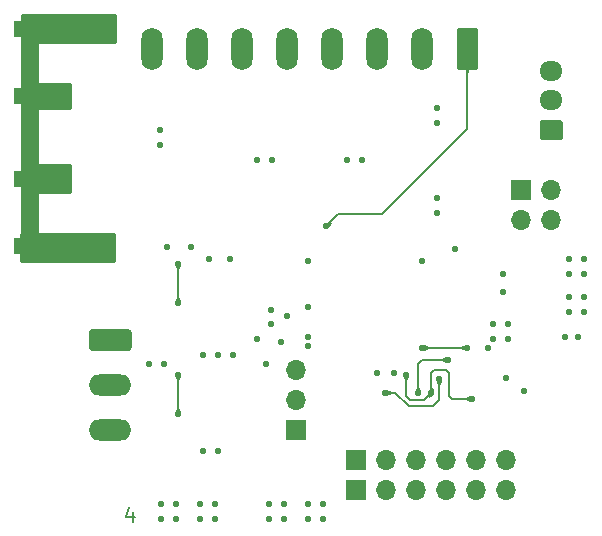
<source format=gbr>
G04 #@! TF.GenerationSoftware,KiCad,Pcbnew,(5.1.5)-2*
G04 #@! TF.CreationDate,2020-08-01T22:44:24+08:00*
G04 #@! TF.ProjectId,Module_ADS1263,4d6f6475-6c65-45f4-9144-53313236332e,rev?*
G04 #@! TF.SameCoordinates,Original*
G04 #@! TF.FileFunction,Copper,L4,Bot*
G04 #@! TF.FilePolarity,Positive*
%FSLAX46Y46*%
G04 Gerber Fmt 4.6, Leading zero omitted, Abs format (unit mm)*
G04 Created by KiCad (PCBNEW (5.1.5)-2) date 2020-08-01 22:44:24*
%MOMM*%
%LPD*%
G04 APERTURE LIST*
%ADD10C,0.203200*%
%ADD11O,1.700000X1.700000*%
%ADD12R,1.700000X1.700000*%
%ADD13O,1.950000X1.700000*%
%ADD14C,0.100000*%
%ADD15R,4.200000X1.350000*%
%ADD16O,3.600000X1.800000*%
%ADD17O,1.800000X3.600000*%
%ADD18C,0.558800*%
%ADD19C,0.025400*%
%ADD20C,0.254000*%
G04 APERTURE END LIST*
D10*
X111865228Y-130167742D02*
X111865228Y-130980542D01*
X111574942Y-129703285D02*
X111284657Y-130574142D01*
X112039400Y-130574142D01*
D11*
X147320000Y-105410000D03*
X144780000Y-105410000D03*
X147320000Y-102870000D03*
D12*
X144780000Y-102870000D03*
D13*
X147320000Y-92790000D03*
X147320000Y-95290000D03*
G04 #@! TA.AperFunction,ComponentPad*
D14*
G36*
X148069504Y-96941204D02*
G01*
X148093773Y-96944804D01*
X148117571Y-96950765D01*
X148140671Y-96959030D01*
X148162849Y-96969520D01*
X148183893Y-96982133D01*
X148203598Y-96996747D01*
X148221777Y-97013223D01*
X148238253Y-97031402D01*
X148252867Y-97051107D01*
X148265480Y-97072151D01*
X148275970Y-97094329D01*
X148284235Y-97117429D01*
X148290196Y-97141227D01*
X148293796Y-97165496D01*
X148295000Y-97190000D01*
X148295000Y-98390000D01*
X148293796Y-98414504D01*
X148290196Y-98438773D01*
X148284235Y-98462571D01*
X148275970Y-98485671D01*
X148265480Y-98507849D01*
X148252867Y-98528893D01*
X148238253Y-98548598D01*
X148221777Y-98566777D01*
X148203598Y-98583253D01*
X148183893Y-98597867D01*
X148162849Y-98610480D01*
X148140671Y-98620970D01*
X148117571Y-98629235D01*
X148093773Y-98635196D01*
X148069504Y-98638796D01*
X148045000Y-98640000D01*
X146595000Y-98640000D01*
X146570496Y-98638796D01*
X146546227Y-98635196D01*
X146522429Y-98629235D01*
X146499329Y-98620970D01*
X146477151Y-98610480D01*
X146456107Y-98597867D01*
X146436402Y-98583253D01*
X146418223Y-98566777D01*
X146401747Y-98548598D01*
X146387133Y-98528893D01*
X146374520Y-98507849D01*
X146364030Y-98485671D01*
X146355765Y-98462571D01*
X146349804Y-98438773D01*
X146346204Y-98414504D01*
X146345000Y-98390000D01*
X146345000Y-97190000D01*
X146346204Y-97165496D01*
X146349804Y-97141227D01*
X146355765Y-97117429D01*
X146364030Y-97094329D01*
X146374520Y-97072151D01*
X146387133Y-97051107D01*
X146401747Y-97031402D01*
X146418223Y-97013223D01*
X146436402Y-96996747D01*
X146456107Y-96982133D01*
X146477151Y-96969520D01*
X146499329Y-96959030D01*
X146522429Y-96950765D01*
X146546227Y-96944804D01*
X146570496Y-96941204D01*
X146595000Y-96940000D01*
X148045000Y-96940000D01*
X148069504Y-96941204D01*
G37*
G04 #@! TD.AperFunction*
D15*
X103959000Y-107600000D03*
X103959000Y-101950000D03*
X103959000Y-94900000D03*
X103959000Y-89250000D03*
D11*
X143510000Y-128270000D03*
X140970000Y-128270000D03*
X138430000Y-128270000D03*
X135890000Y-128270000D03*
X133350000Y-128270000D03*
D12*
X130810000Y-128270000D03*
D11*
X143510000Y-125730000D03*
X140970000Y-125730000D03*
X138430000Y-125730000D03*
X135890000Y-125730000D03*
X133350000Y-125730000D03*
D12*
X130810000Y-125730000D03*
D16*
X109982000Y-123190000D03*
X109982000Y-119380000D03*
G04 #@! TA.AperFunction,ComponentPad*
D14*
G36*
X111556504Y-114671204D02*
G01*
X111580773Y-114674804D01*
X111604571Y-114680765D01*
X111627671Y-114689030D01*
X111649849Y-114699520D01*
X111670893Y-114712133D01*
X111690598Y-114726747D01*
X111708777Y-114743223D01*
X111725253Y-114761402D01*
X111739867Y-114781107D01*
X111752480Y-114802151D01*
X111762970Y-114824329D01*
X111771235Y-114847429D01*
X111777196Y-114871227D01*
X111780796Y-114895496D01*
X111782000Y-114920000D01*
X111782000Y-116220000D01*
X111780796Y-116244504D01*
X111777196Y-116268773D01*
X111771235Y-116292571D01*
X111762970Y-116315671D01*
X111752480Y-116337849D01*
X111739867Y-116358893D01*
X111725253Y-116378598D01*
X111708777Y-116396777D01*
X111690598Y-116413253D01*
X111670893Y-116427867D01*
X111649849Y-116440480D01*
X111627671Y-116450970D01*
X111604571Y-116459235D01*
X111580773Y-116465196D01*
X111556504Y-116468796D01*
X111532000Y-116470000D01*
X108432000Y-116470000D01*
X108407496Y-116468796D01*
X108383227Y-116465196D01*
X108359429Y-116459235D01*
X108336329Y-116450970D01*
X108314151Y-116440480D01*
X108293107Y-116427867D01*
X108273402Y-116413253D01*
X108255223Y-116396777D01*
X108238747Y-116378598D01*
X108224133Y-116358893D01*
X108211520Y-116337849D01*
X108201030Y-116315671D01*
X108192765Y-116292571D01*
X108186804Y-116268773D01*
X108183204Y-116244504D01*
X108182000Y-116220000D01*
X108182000Y-114920000D01*
X108183204Y-114895496D01*
X108186804Y-114871227D01*
X108192765Y-114847429D01*
X108201030Y-114824329D01*
X108211520Y-114802151D01*
X108224133Y-114781107D01*
X108238747Y-114761402D01*
X108255223Y-114743223D01*
X108273402Y-114726747D01*
X108293107Y-114712133D01*
X108314151Y-114699520D01*
X108336329Y-114689030D01*
X108359429Y-114680765D01*
X108383227Y-114674804D01*
X108407496Y-114671204D01*
X108432000Y-114670000D01*
X111532000Y-114670000D01*
X111556504Y-114671204D01*
G37*
G04 #@! TD.AperFunction*
D17*
X113538000Y-90932000D03*
X117348000Y-90932000D03*
X121158000Y-90932000D03*
X124968000Y-90932000D03*
X128778000Y-90932000D03*
X132588000Y-90932000D03*
X136398000Y-90932000D03*
G04 #@! TA.AperFunction,ComponentPad*
D14*
G36*
X140882504Y-89133204D02*
G01*
X140906773Y-89136804D01*
X140930571Y-89142765D01*
X140953671Y-89151030D01*
X140975849Y-89161520D01*
X140996893Y-89174133D01*
X141016598Y-89188747D01*
X141034777Y-89205223D01*
X141051253Y-89223402D01*
X141065867Y-89243107D01*
X141078480Y-89264151D01*
X141088970Y-89286329D01*
X141097235Y-89309429D01*
X141103196Y-89333227D01*
X141106796Y-89357496D01*
X141108000Y-89382000D01*
X141108000Y-92482000D01*
X141106796Y-92506504D01*
X141103196Y-92530773D01*
X141097235Y-92554571D01*
X141088970Y-92577671D01*
X141078480Y-92599849D01*
X141065867Y-92620893D01*
X141051253Y-92640598D01*
X141034777Y-92658777D01*
X141016598Y-92675253D01*
X140996893Y-92689867D01*
X140975849Y-92702480D01*
X140953671Y-92712970D01*
X140930571Y-92721235D01*
X140906773Y-92727196D01*
X140882504Y-92730796D01*
X140858000Y-92732000D01*
X139558000Y-92732000D01*
X139533496Y-92730796D01*
X139509227Y-92727196D01*
X139485429Y-92721235D01*
X139462329Y-92712970D01*
X139440151Y-92702480D01*
X139419107Y-92689867D01*
X139399402Y-92675253D01*
X139381223Y-92658777D01*
X139364747Y-92640598D01*
X139350133Y-92620893D01*
X139337520Y-92599849D01*
X139327030Y-92577671D01*
X139318765Y-92554571D01*
X139312804Y-92530773D01*
X139309204Y-92506504D01*
X139308000Y-92482000D01*
X139308000Y-89382000D01*
X139309204Y-89357496D01*
X139312804Y-89333227D01*
X139318765Y-89309429D01*
X139327030Y-89286329D01*
X139337520Y-89264151D01*
X139350133Y-89243107D01*
X139364747Y-89223402D01*
X139381223Y-89205223D01*
X139399402Y-89188747D01*
X139419107Y-89174133D01*
X139440151Y-89161520D01*
X139462329Y-89151030D01*
X139485429Y-89142765D01*
X139509227Y-89136804D01*
X139533496Y-89133204D01*
X139558000Y-89132000D01*
X140858000Y-89132000D01*
X140882504Y-89133204D01*
G37*
G04 #@! TD.AperFunction*
D11*
X125730000Y-118110000D03*
X125730000Y-120650000D03*
D12*
X125730000Y-123190000D03*
D18*
X104648000Y-107569000D03*
X103124000Y-107569000D03*
X104648000Y-101981000D03*
X103124000Y-101981000D03*
X104648000Y-94869000D03*
X103124000Y-94869000D03*
X104648000Y-89281000D03*
X103124000Y-89281000D03*
X114173000Y-97790000D03*
X114173000Y-99060000D03*
X137668000Y-95885000D03*
X137668000Y-97155000D03*
X130048000Y-100330000D03*
X131318000Y-100330000D03*
X137668000Y-103505000D03*
X137668000Y-104775000D03*
X122428000Y-100330000D03*
X123698000Y-100330000D03*
X113284000Y-117602000D03*
X114554000Y-117602000D03*
X117856000Y-116840000D03*
X119126000Y-116840000D03*
X120396000Y-116840000D03*
X117856000Y-124968000D03*
X119126000Y-124968000D03*
X114808000Y-107696000D03*
X116840000Y-107696000D03*
X118364000Y-108712000D03*
X120142000Y-108712000D03*
X123190000Y-117602000D03*
X124968000Y-113538000D03*
X124460000Y-115697000D03*
X123444000Y-129413000D03*
X124714000Y-129413000D03*
X123444000Y-130683000D03*
X124714000Y-130683000D03*
X148844000Y-109982000D03*
X148844000Y-108712000D03*
X150114000Y-109982000D03*
X150114000Y-108712000D03*
X103124000Y-97155000D03*
X103124000Y-98425000D03*
X103124000Y-99695000D03*
X106807000Y-107569000D03*
X108077000Y-107569000D03*
X109347000Y-107569000D03*
X106807000Y-89281000D03*
X108077000Y-89281000D03*
X109347000Y-89281000D03*
X133985000Y-118364000D03*
X126682500Y-115316000D03*
X126682500Y-116078000D03*
X126682500Y-108839000D03*
X117602000Y-129413000D03*
X118872000Y-129413000D03*
X118872000Y-130683000D03*
X117602000Y-130683000D03*
X132588000Y-118364000D03*
X126682500Y-112776000D03*
X114300000Y-129413000D03*
X115570000Y-129413000D03*
X114300000Y-130683000D03*
X115570000Y-130683000D03*
X123571000Y-113030000D03*
X123571000Y-114173000D03*
X122428000Y-115443000D03*
X128270000Y-105918000D03*
X136398000Y-108839000D03*
X139192000Y-107822994D03*
X126746000Y-129413000D03*
X128016000Y-129413000D03*
X128016000Y-130683000D03*
X126746000Y-130683000D03*
X148844000Y-111887000D03*
X150114000Y-111887000D03*
X148844000Y-113157000D03*
X150114000Y-113157000D03*
X148463000Y-115316000D03*
X149606000Y-115316000D03*
X143256000Y-111506000D03*
X143256000Y-109982000D03*
X141986000Y-116205000D03*
X142367000Y-114173000D03*
X143637000Y-114173000D03*
X143637000Y-115443000D03*
X142367000Y-115443000D03*
X145034000Y-119888000D03*
X143510000Y-118745000D03*
X137795000Y-118872000D03*
X133223000Y-120015000D03*
X138557000Y-117221000D03*
X136016996Y-120015000D03*
X140208000Y-116205000D03*
X136398000Y-116205000D03*
X137160000Y-120015000D03*
X135001000Y-118491000D03*
X140589000Y-120523000D03*
X115693500Y-118494500D03*
X115697000Y-121793000D03*
X115693500Y-109096500D03*
X115697000Y-112395000D03*
D10*
X128270000Y-105918000D02*
X129286000Y-104902000D01*
X140208000Y-97663000D02*
X140208000Y-90932000D01*
X132969000Y-104902000D02*
X140208000Y-97663000D01*
X129286000Y-104902000D02*
X132969000Y-104902000D01*
X137795000Y-120650000D02*
X137795000Y-118872000D01*
X137287000Y-121158000D02*
X137795000Y-120650000D01*
X135255000Y-121158000D02*
X137287000Y-121158000D01*
X133223000Y-120015000D02*
X134112000Y-120015000D01*
X134112000Y-120015000D02*
X135255000Y-121158000D01*
X136398000Y-117221000D02*
X136016996Y-117602004D01*
X138557000Y-117221000D02*
X136398000Y-117221000D01*
X136016996Y-119619869D02*
X136016996Y-120015000D01*
X136016996Y-117602004D02*
X136016996Y-119619869D01*
X140208000Y-116205000D02*
X136398000Y-116205000D01*
X136398000Y-116205000D02*
X136398000Y-116205000D01*
X135001000Y-118886131D02*
X135001000Y-118491000D01*
X135001000Y-120269000D02*
X135001000Y-118886131D01*
X137160000Y-120015000D02*
X136525000Y-120650000D01*
X135382000Y-120650000D02*
X135001000Y-120269000D01*
X136525000Y-120650000D02*
X135382000Y-120650000D01*
X138938000Y-120523000D02*
X140589000Y-120523000D01*
X137160000Y-118364000D02*
X137414000Y-118110000D01*
X138430000Y-118110000D02*
X138684000Y-118364000D01*
X138684000Y-120269000D02*
X138938000Y-120523000D01*
X137160000Y-120015000D02*
X137160000Y-118364000D01*
X137414000Y-118110000D02*
X138430000Y-118110000D01*
X138684000Y-118364000D02*
X138684000Y-120269000D01*
X115693500Y-118494500D02*
X115693500Y-121789500D01*
X115693500Y-109096500D02*
X115693500Y-112391500D01*
D19*
G36*
X128627709Y-105686627D02*
G01*
X128617604Y-105697459D01*
X128616999Y-105698156D01*
X128600498Y-105718644D01*
X128599917Y-105719425D01*
X128585389Y-105740599D01*
X128584848Y-105741458D01*
X128572292Y-105763317D01*
X128571809Y-105764246D01*
X128561225Y-105786792D01*
X128560813Y-105787775D01*
X128552202Y-105811006D01*
X128551873Y-105812023D01*
X128545233Y-105835941D01*
X128544993Y-105836971D01*
X128540326Y-105861574D01*
X128540175Y-105862595D01*
X128537480Y-105887884D01*
X128537413Y-105888877D01*
X128536954Y-105905396D01*
X128189197Y-105998803D01*
X128282605Y-105651046D01*
X128299122Y-105650586D01*
X128300115Y-105650519D01*
X128325404Y-105647824D01*
X128326425Y-105647673D01*
X128351028Y-105643006D01*
X128352058Y-105642766D01*
X128375976Y-105636126D01*
X128376993Y-105635797D01*
X128400224Y-105627186D01*
X128401207Y-105626774D01*
X128423753Y-105616190D01*
X128424682Y-105615707D01*
X128446541Y-105603151D01*
X128447400Y-105602610D01*
X128468574Y-105588082D01*
X128469355Y-105587501D01*
X128489843Y-105571000D01*
X128490540Y-105570396D01*
X128501373Y-105560291D01*
X128627709Y-105686627D01*
G37*
X128627709Y-105686627D02*
X128617604Y-105697459D01*
X128616999Y-105698156D01*
X128600498Y-105718644D01*
X128599917Y-105719425D01*
X128585389Y-105740599D01*
X128584848Y-105741458D01*
X128572292Y-105763317D01*
X128571809Y-105764246D01*
X128561225Y-105786792D01*
X128560813Y-105787775D01*
X128552202Y-105811006D01*
X128551873Y-105812023D01*
X128545233Y-105835941D01*
X128544993Y-105836971D01*
X128540326Y-105861574D01*
X128540175Y-105862595D01*
X128537480Y-105887884D01*
X128537413Y-105888877D01*
X128536954Y-105905396D01*
X128189197Y-105998803D01*
X128282605Y-105651046D01*
X128299122Y-105650586D01*
X128300115Y-105650519D01*
X128325404Y-105647824D01*
X128326425Y-105647673D01*
X128351028Y-105643006D01*
X128352058Y-105642766D01*
X128375976Y-105636126D01*
X128376993Y-105635797D01*
X128400224Y-105627186D01*
X128401207Y-105626774D01*
X128423753Y-105616190D01*
X128424682Y-105615707D01*
X128446541Y-105603151D01*
X128447400Y-105602610D01*
X128468574Y-105588082D01*
X128469355Y-105587501D01*
X128489843Y-105571000D01*
X128490540Y-105570396D01*
X128501373Y-105560291D01*
X128627709Y-105686627D01*
G36*
X140822271Y-91572871D02*
G01*
X140728379Y-91672074D01*
X140727729Y-91672817D01*
X140637901Y-91783871D01*
X140637288Y-91784695D01*
X140558028Y-91900727D01*
X140557470Y-91901620D01*
X140488778Y-92022630D01*
X140488291Y-92023580D01*
X140430167Y-92149568D01*
X140429762Y-92150553D01*
X140382206Y-92281519D01*
X140381889Y-92282520D01*
X140344901Y-92418463D01*
X140344672Y-92419457D01*
X140318252Y-92560379D01*
X140318109Y-92561347D01*
X140302257Y-92707247D01*
X140302191Y-92708175D01*
X140297337Y-92846797D01*
X140118663Y-92846797D01*
X140113808Y-92708174D01*
X140113742Y-92707247D01*
X140097890Y-92561347D01*
X140097747Y-92560379D01*
X140071327Y-92419457D01*
X140071098Y-92418463D01*
X140034110Y-92282520D01*
X140033793Y-92281519D01*
X139986237Y-92150553D01*
X139985832Y-92149568D01*
X139927708Y-92023580D01*
X139927221Y-92022630D01*
X139858529Y-91901620D01*
X139857971Y-91900727D01*
X139778711Y-91784695D01*
X139778098Y-91783871D01*
X139688270Y-91672817D01*
X139687620Y-91672074D01*
X139593729Y-91572871D01*
X140208000Y-90507426D01*
X140822271Y-91572871D01*
G37*
X140822271Y-91572871D02*
X140728379Y-91672074D01*
X140727729Y-91672817D01*
X140637901Y-91783871D01*
X140637288Y-91784695D01*
X140558028Y-91900727D01*
X140557470Y-91901620D01*
X140488778Y-92022630D01*
X140488291Y-92023580D01*
X140430167Y-92149568D01*
X140429762Y-92150553D01*
X140382206Y-92281519D01*
X140381889Y-92282520D01*
X140344901Y-92418463D01*
X140344672Y-92419457D01*
X140318252Y-92560379D01*
X140318109Y-92561347D01*
X140302257Y-92707247D01*
X140302191Y-92708175D01*
X140297337Y-92846797D01*
X140118663Y-92846797D01*
X140113808Y-92708174D01*
X140113742Y-92707247D01*
X140097890Y-92561347D01*
X140097747Y-92560379D01*
X140071327Y-92419457D01*
X140071098Y-92418463D01*
X140034110Y-92282520D01*
X140033793Y-92281519D01*
X139986237Y-92150553D01*
X139985832Y-92149568D01*
X139927708Y-92023580D01*
X139927221Y-92022630D01*
X139858529Y-91901620D01*
X139857971Y-91900727D01*
X139778711Y-91784695D01*
X139778098Y-91783871D01*
X139688270Y-91672817D01*
X139687620Y-91672074D01*
X139593729Y-91572871D01*
X140208000Y-90507426D01*
X140822271Y-91572871D01*
G36*
X137974852Y-119069677D02*
G01*
X137963497Y-119081682D01*
X137962842Y-119082431D01*
X137946865Y-119102219D01*
X137946249Y-119103048D01*
X137932152Y-119123746D01*
X137931594Y-119124644D01*
X137919377Y-119146251D01*
X137918890Y-119147203D01*
X137908552Y-119169719D01*
X137908149Y-119170705D01*
X137899691Y-119194131D01*
X137899376Y-119195130D01*
X137892797Y-119219466D01*
X137892571Y-119220456D01*
X137887872Y-119245701D01*
X137887731Y-119246664D01*
X137884912Y-119272818D01*
X137884847Y-119273739D01*
X137884333Y-119288544D01*
X137705666Y-119288544D01*
X137705152Y-119273738D01*
X137705087Y-119272818D01*
X137702268Y-119246664D01*
X137702127Y-119245701D01*
X137697428Y-119220456D01*
X137697202Y-119219466D01*
X137690623Y-119195130D01*
X137690308Y-119194131D01*
X137681850Y-119170705D01*
X137681447Y-119169719D01*
X137671109Y-119147203D01*
X137670622Y-119146251D01*
X137658405Y-119124644D01*
X137657847Y-119123746D01*
X137643750Y-119103048D01*
X137643134Y-119102219D01*
X137627157Y-119082431D01*
X137626503Y-119081682D01*
X137615148Y-119069677D01*
X137795000Y-118757726D01*
X137974852Y-119069677D01*
G37*
X137974852Y-119069677D02*
X137963497Y-119081682D01*
X137962842Y-119082431D01*
X137946865Y-119102219D01*
X137946249Y-119103048D01*
X137932152Y-119123746D01*
X137931594Y-119124644D01*
X137919377Y-119146251D01*
X137918890Y-119147203D01*
X137908552Y-119169719D01*
X137908149Y-119170705D01*
X137899691Y-119194131D01*
X137899376Y-119195130D01*
X137892797Y-119219466D01*
X137892571Y-119220456D01*
X137887872Y-119245701D01*
X137887731Y-119246664D01*
X137884912Y-119272818D01*
X137884847Y-119273739D01*
X137884333Y-119288544D01*
X137705666Y-119288544D01*
X137705152Y-119273738D01*
X137705087Y-119272818D01*
X137702268Y-119246664D01*
X137702127Y-119245701D01*
X137697428Y-119220456D01*
X137697202Y-119219466D01*
X137690623Y-119195130D01*
X137690308Y-119194131D01*
X137681850Y-119170705D01*
X137681447Y-119169719D01*
X137671109Y-119147203D01*
X137670622Y-119146251D01*
X137658405Y-119124644D01*
X137657847Y-119123746D01*
X137643750Y-119103048D01*
X137643134Y-119102219D01*
X137627157Y-119082431D01*
X137626503Y-119081682D01*
X137615148Y-119069677D01*
X137795000Y-118757726D01*
X137974852Y-119069677D01*
G36*
X133432682Y-119846503D02*
G01*
X133433431Y-119847157D01*
X133453219Y-119863134D01*
X133454048Y-119863750D01*
X133474746Y-119877847D01*
X133475644Y-119878405D01*
X133497251Y-119890622D01*
X133498203Y-119891109D01*
X133520719Y-119901447D01*
X133521705Y-119901850D01*
X133545131Y-119910308D01*
X133546130Y-119910623D01*
X133570466Y-119917202D01*
X133571456Y-119917428D01*
X133596701Y-119922127D01*
X133597664Y-119922268D01*
X133623818Y-119925087D01*
X133624738Y-119925152D01*
X133639544Y-119925666D01*
X133639544Y-120104333D01*
X133624739Y-120104847D01*
X133623818Y-120104912D01*
X133597664Y-120107731D01*
X133596701Y-120107872D01*
X133571456Y-120112571D01*
X133570466Y-120112797D01*
X133546130Y-120119376D01*
X133545131Y-120119691D01*
X133521705Y-120128149D01*
X133520719Y-120128552D01*
X133498203Y-120138890D01*
X133497251Y-120139377D01*
X133475644Y-120151594D01*
X133474746Y-120152152D01*
X133454048Y-120166249D01*
X133453219Y-120166865D01*
X133433431Y-120182842D01*
X133432682Y-120183497D01*
X133420677Y-120194852D01*
X133108726Y-120015000D01*
X133420677Y-119835148D01*
X133432682Y-119846503D01*
G37*
X133432682Y-119846503D02*
X133433431Y-119847157D01*
X133453219Y-119863134D01*
X133454048Y-119863750D01*
X133474746Y-119877847D01*
X133475644Y-119878405D01*
X133497251Y-119890622D01*
X133498203Y-119891109D01*
X133520719Y-119901447D01*
X133521705Y-119901850D01*
X133545131Y-119910308D01*
X133546130Y-119910623D01*
X133570466Y-119917202D01*
X133571456Y-119917428D01*
X133596701Y-119922127D01*
X133597664Y-119922268D01*
X133623818Y-119925087D01*
X133624738Y-119925152D01*
X133639544Y-119925666D01*
X133639544Y-120104333D01*
X133624739Y-120104847D01*
X133623818Y-120104912D01*
X133597664Y-120107731D01*
X133596701Y-120107872D01*
X133571456Y-120112571D01*
X133570466Y-120112797D01*
X133546130Y-120119376D01*
X133545131Y-120119691D01*
X133521705Y-120128149D01*
X133520719Y-120128552D01*
X133498203Y-120138890D01*
X133497251Y-120139377D01*
X133475644Y-120151594D01*
X133474746Y-120152152D01*
X133454048Y-120166249D01*
X133453219Y-120166865D01*
X133433431Y-120182842D01*
X133432682Y-120183497D01*
X133420677Y-120194852D01*
X133108726Y-120015000D01*
X133420677Y-119835148D01*
X133432682Y-119846503D01*
G36*
X138671274Y-117221000D02*
G01*
X138359323Y-117400852D01*
X138347317Y-117389496D01*
X138346568Y-117388842D01*
X138326780Y-117372865D01*
X138325951Y-117372249D01*
X138305253Y-117358152D01*
X138304355Y-117357594D01*
X138282748Y-117345377D01*
X138281796Y-117344890D01*
X138259280Y-117334552D01*
X138258294Y-117334149D01*
X138234868Y-117325691D01*
X138233869Y-117325376D01*
X138209533Y-117318797D01*
X138208543Y-117318571D01*
X138183298Y-117313872D01*
X138182335Y-117313731D01*
X138156181Y-117310912D01*
X138155260Y-117310847D01*
X138140456Y-117310333D01*
X138140456Y-117131666D01*
X138155261Y-117131152D01*
X138156181Y-117131087D01*
X138182335Y-117128268D01*
X138183298Y-117128127D01*
X138208543Y-117123428D01*
X138209533Y-117123202D01*
X138233869Y-117116623D01*
X138234868Y-117116308D01*
X138258294Y-117107850D01*
X138259280Y-117107447D01*
X138281796Y-117097109D01*
X138282748Y-117096622D01*
X138304355Y-117084405D01*
X138305253Y-117083847D01*
X138325951Y-117069750D01*
X138326780Y-117069134D01*
X138346568Y-117053157D01*
X138347317Y-117052503D01*
X138359323Y-117041148D01*
X138671274Y-117221000D01*
G37*
X138671274Y-117221000D02*
X138359323Y-117400852D01*
X138347317Y-117389496D01*
X138346568Y-117388842D01*
X138326780Y-117372865D01*
X138325951Y-117372249D01*
X138305253Y-117358152D01*
X138304355Y-117357594D01*
X138282748Y-117345377D01*
X138281796Y-117344890D01*
X138259280Y-117334552D01*
X138258294Y-117334149D01*
X138234868Y-117325691D01*
X138233869Y-117325376D01*
X138209533Y-117318797D01*
X138208543Y-117318571D01*
X138183298Y-117313872D01*
X138182335Y-117313731D01*
X138156181Y-117310912D01*
X138155260Y-117310847D01*
X138140456Y-117310333D01*
X138140456Y-117131666D01*
X138155261Y-117131152D01*
X138156181Y-117131087D01*
X138182335Y-117128268D01*
X138183298Y-117128127D01*
X138208543Y-117123428D01*
X138209533Y-117123202D01*
X138233869Y-117116623D01*
X138234868Y-117116308D01*
X138258294Y-117107850D01*
X138259280Y-117107447D01*
X138281796Y-117097109D01*
X138282748Y-117096622D01*
X138304355Y-117084405D01*
X138305253Y-117083847D01*
X138325951Y-117069750D01*
X138326780Y-117069134D01*
X138346568Y-117053157D01*
X138347317Y-117052503D01*
X138359323Y-117041148D01*
X138671274Y-117221000D01*
G36*
X136106848Y-119641030D02*
G01*
X136106955Y-119642193D01*
X136109774Y-119662548D01*
X136109987Y-119663693D01*
X136114686Y-119683822D01*
X136114995Y-119684921D01*
X136121574Y-119704821D01*
X136121965Y-119705851D01*
X136130423Y-119725525D01*
X136130876Y-119726471D01*
X136141214Y-119745917D01*
X136141710Y-119746768D01*
X136153927Y-119765988D01*
X136154447Y-119766745D01*
X136168544Y-119785736D01*
X136169072Y-119786399D01*
X136185049Y-119805164D01*
X136185572Y-119805742D01*
X136196803Y-119817401D01*
X136016996Y-120129274D01*
X135837189Y-119817400D01*
X135848419Y-119805741D01*
X135848942Y-119805164D01*
X135864919Y-119786399D01*
X135865447Y-119785736D01*
X135879544Y-119766745D01*
X135880064Y-119765988D01*
X135892281Y-119746768D01*
X135892777Y-119745917D01*
X135903115Y-119726471D01*
X135903568Y-119725525D01*
X135912026Y-119705851D01*
X135912417Y-119704821D01*
X135918996Y-119684921D01*
X135919305Y-119683822D01*
X135924004Y-119663693D01*
X135924217Y-119662548D01*
X135927036Y-119642193D01*
X135927143Y-119641030D01*
X135927529Y-119632569D01*
X136106462Y-119632569D01*
X136106848Y-119641030D01*
G37*
X136106848Y-119641030D02*
X136106955Y-119642193D01*
X136109774Y-119662548D01*
X136109987Y-119663693D01*
X136114686Y-119683822D01*
X136114995Y-119684921D01*
X136121574Y-119704821D01*
X136121965Y-119705851D01*
X136130423Y-119725525D01*
X136130876Y-119726471D01*
X136141214Y-119745917D01*
X136141710Y-119746768D01*
X136153927Y-119765988D01*
X136154447Y-119766745D01*
X136168544Y-119785736D01*
X136169072Y-119786399D01*
X136185049Y-119805164D01*
X136185572Y-119805742D01*
X136196803Y-119817401D01*
X136016996Y-120129274D01*
X135837189Y-119817400D01*
X135848419Y-119805741D01*
X135848942Y-119805164D01*
X135864919Y-119786399D01*
X135865447Y-119785736D01*
X135879544Y-119766745D01*
X135880064Y-119765988D01*
X135892281Y-119746768D01*
X135892777Y-119745917D01*
X135903115Y-119726471D01*
X135903568Y-119725525D01*
X135912026Y-119705851D01*
X135912417Y-119704821D01*
X135918996Y-119684921D01*
X135919305Y-119683822D01*
X135924004Y-119663693D01*
X135924217Y-119662548D01*
X135927036Y-119642193D01*
X135927143Y-119641030D01*
X135927529Y-119632569D01*
X136106462Y-119632569D01*
X136106848Y-119641030D01*
G36*
X140322274Y-116205000D02*
G01*
X140010323Y-116384852D01*
X139998317Y-116373496D01*
X139997568Y-116372842D01*
X139977780Y-116356865D01*
X139976951Y-116356249D01*
X139956253Y-116342152D01*
X139955355Y-116341594D01*
X139933748Y-116329377D01*
X139932796Y-116328890D01*
X139910280Y-116318552D01*
X139909294Y-116318149D01*
X139885868Y-116309691D01*
X139884869Y-116309376D01*
X139860533Y-116302797D01*
X139859543Y-116302571D01*
X139834298Y-116297872D01*
X139833335Y-116297731D01*
X139807181Y-116294912D01*
X139806260Y-116294847D01*
X139791456Y-116294333D01*
X139791456Y-116115666D01*
X139806261Y-116115152D01*
X139807181Y-116115087D01*
X139833335Y-116112268D01*
X139834298Y-116112127D01*
X139859543Y-116107428D01*
X139860533Y-116107202D01*
X139884869Y-116100623D01*
X139885868Y-116100308D01*
X139909294Y-116091850D01*
X139910280Y-116091447D01*
X139932796Y-116081109D01*
X139933748Y-116080622D01*
X139955355Y-116068405D01*
X139956253Y-116067847D01*
X139976951Y-116053750D01*
X139977780Y-116053134D01*
X139997568Y-116037157D01*
X139998317Y-116036503D01*
X140010323Y-116025148D01*
X140322274Y-116205000D01*
G37*
X140322274Y-116205000D02*
X140010323Y-116384852D01*
X139998317Y-116373496D01*
X139997568Y-116372842D01*
X139977780Y-116356865D01*
X139976951Y-116356249D01*
X139956253Y-116342152D01*
X139955355Y-116341594D01*
X139933748Y-116329377D01*
X139932796Y-116328890D01*
X139910280Y-116318552D01*
X139909294Y-116318149D01*
X139885868Y-116309691D01*
X139884869Y-116309376D01*
X139860533Y-116302797D01*
X139859543Y-116302571D01*
X139834298Y-116297872D01*
X139833335Y-116297731D01*
X139807181Y-116294912D01*
X139806260Y-116294847D01*
X139791456Y-116294333D01*
X139791456Y-116115666D01*
X139806261Y-116115152D01*
X139807181Y-116115087D01*
X139833335Y-116112268D01*
X139834298Y-116112127D01*
X139859543Y-116107428D01*
X139860533Y-116107202D01*
X139884869Y-116100623D01*
X139885868Y-116100308D01*
X139909294Y-116091850D01*
X139910280Y-116091447D01*
X139932796Y-116081109D01*
X139933748Y-116080622D01*
X139955355Y-116068405D01*
X139956253Y-116067847D01*
X139976951Y-116053750D01*
X139977780Y-116053134D01*
X139997568Y-116037157D01*
X139998317Y-116036503D01*
X140010323Y-116025148D01*
X140322274Y-116205000D01*
G36*
X136607682Y-116036503D02*
G01*
X136608431Y-116037157D01*
X136628219Y-116053134D01*
X136629048Y-116053750D01*
X136649746Y-116067847D01*
X136650644Y-116068405D01*
X136672251Y-116080622D01*
X136673203Y-116081109D01*
X136695719Y-116091447D01*
X136696705Y-116091850D01*
X136720131Y-116100308D01*
X136721130Y-116100623D01*
X136745466Y-116107202D01*
X136746456Y-116107428D01*
X136771701Y-116112127D01*
X136772664Y-116112268D01*
X136798818Y-116115087D01*
X136799738Y-116115152D01*
X136814544Y-116115666D01*
X136814544Y-116294333D01*
X136799739Y-116294847D01*
X136798818Y-116294912D01*
X136772664Y-116297731D01*
X136771701Y-116297872D01*
X136746456Y-116302571D01*
X136745466Y-116302797D01*
X136721130Y-116309376D01*
X136720131Y-116309691D01*
X136696705Y-116318149D01*
X136695719Y-116318552D01*
X136673203Y-116328890D01*
X136672251Y-116329377D01*
X136650644Y-116341594D01*
X136649746Y-116342152D01*
X136629048Y-116356249D01*
X136628219Y-116356865D01*
X136608431Y-116372842D01*
X136607682Y-116373497D01*
X136595677Y-116384852D01*
X136283726Y-116205000D01*
X136595677Y-116025148D01*
X136607682Y-116036503D01*
G37*
X136607682Y-116036503D02*
X136608431Y-116037157D01*
X136628219Y-116053134D01*
X136629048Y-116053750D01*
X136649746Y-116067847D01*
X136650644Y-116068405D01*
X136672251Y-116080622D01*
X136673203Y-116081109D01*
X136695719Y-116091447D01*
X136696705Y-116091850D01*
X136720131Y-116100308D01*
X136721130Y-116100623D01*
X136745466Y-116107202D01*
X136746456Y-116107428D01*
X136771701Y-116112127D01*
X136772664Y-116112268D01*
X136798818Y-116115087D01*
X136799738Y-116115152D01*
X136814544Y-116115666D01*
X136814544Y-116294333D01*
X136799739Y-116294847D01*
X136798818Y-116294912D01*
X136772664Y-116297731D01*
X136771701Y-116297872D01*
X136746456Y-116302571D01*
X136745466Y-116302797D01*
X136721130Y-116309376D01*
X136720131Y-116309691D01*
X136696705Y-116318149D01*
X136695719Y-116318552D01*
X136673203Y-116328890D01*
X136672251Y-116329377D01*
X136650644Y-116341594D01*
X136649746Y-116342152D01*
X136629048Y-116356249D01*
X136628219Y-116356865D01*
X136608431Y-116372842D01*
X136607682Y-116373497D01*
X136595677Y-116384852D01*
X136283726Y-116205000D01*
X136595677Y-116025148D01*
X136607682Y-116036503D01*
G36*
X135180807Y-118688599D02*
G01*
X135169577Y-118700257D01*
X135169053Y-118700835D01*
X135153076Y-118719600D01*
X135152548Y-118720263D01*
X135138451Y-118739254D01*
X135137931Y-118740011D01*
X135125714Y-118759231D01*
X135125218Y-118760082D01*
X135114880Y-118779528D01*
X135114427Y-118780474D01*
X135105969Y-118800148D01*
X135105578Y-118801178D01*
X135098999Y-118821078D01*
X135098690Y-118822177D01*
X135093991Y-118842306D01*
X135093778Y-118843451D01*
X135090959Y-118863806D01*
X135090852Y-118864969D01*
X135090466Y-118873431D01*
X134911533Y-118873431D01*
X134911147Y-118864969D01*
X134911040Y-118863806D01*
X134908221Y-118843451D01*
X134908008Y-118842306D01*
X134903309Y-118822177D01*
X134903000Y-118821078D01*
X134896421Y-118801178D01*
X134896030Y-118800148D01*
X134887572Y-118780474D01*
X134887119Y-118779528D01*
X134876781Y-118760082D01*
X134876285Y-118759231D01*
X134864068Y-118740011D01*
X134863548Y-118739254D01*
X134849451Y-118720263D01*
X134848923Y-118719600D01*
X134832946Y-118700835D01*
X134832423Y-118700257D01*
X134821193Y-118688599D01*
X135001000Y-118376726D01*
X135180807Y-118688599D01*
G37*
X135180807Y-118688599D02*
X135169577Y-118700257D01*
X135169053Y-118700835D01*
X135153076Y-118719600D01*
X135152548Y-118720263D01*
X135138451Y-118739254D01*
X135137931Y-118740011D01*
X135125714Y-118759231D01*
X135125218Y-118760082D01*
X135114880Y-118779528D01*
X135114427Y-118780474D01*
X135105969Y-118800148D01*
X135105578Y-118801178D01*
X135098999Y-118821078D01*
X135098690Y-118822177D01*
X135093991Y-118842306D01*
X135093778Y-118843451D01*
X135090959Y-118863806D01*
X135090852Y-118864969D01*
X135090466Y-118873431D01*
X134911533Y-118873431D01*
X134911147Y-118864969D01*
X134911040Y-118863806D01*
X134908221Y-118843451D01*
X134908008Y-118842306D01*
X134903309Y-118822177D01*
X134903000Y-118821078D01*
X134896421Y-118801178D01*
X134896030Y-118800148D01*
X134887572Y-118780474D01*
X134887119Y-118779528D01*
X134876781Y-118760082D01*
X134876285Y-118759231D01*
X134864068Y-118740011D01*
X134863548Y-118739254D01*
X134849451Y-118720263D01*
X134848923Y-118719600D01*
X134832946Y-118700835D01*
X134832423Y-118700257D01*
X134821193Y-118688599D01*
X135001000Y-118376726D01*
X135180807Y-118688599D01*
G36*
X137147396Y-120281954D02*
G01*
X137130877Y-120282413D01*
X137129884Y-120282480D01*
X137104595Y-120285175D01*
X137103574Y-120285326D01*
X137078971Y-120289993D01*
X137077941Y-120290233D01*
X137054023Y-120296873D01*
X137053006Y-120297202D01*
X137029775Y-120305813D01*
X137028792Y-120306225D01*
X137006246Y-120316809D01*
X137005317Y-120317292D01*
X136983458Y-120329848D01*
X136982599Y-120330389D01*
X136961425Y-120344917D01*
X136960644Y-120345498D01*
X136940156Y-120361999D01*
X136939459Y-120362604D01*
X136928627Y-120372709D01*
X136802291Y-120246373D01*
X136812396Y-120235540D01*
X136813000Y-120234843D01*
X136829501Y-120214355D01*
X136830082Y-120213574D01*
X136844610Y-120192400D01*
X136845151Y-120191541D01*
X136857707Y-120169682D01*
X136858190Y-120168753D01*
X136868774Y-120146207D01*
X136869186Y-120145224D01*
X136877797Y-120121993D01*
X136878126Y-120120976D01*
X136884766Y-120097058D01*
X136885006Y-120096028D01*
X136889673Y-120071425D01*
X136889824Y-120070404D01*
X136892519Y-120045115D01*
X136892586Y-120044122D01*
X136893046Y-120027605D01*
X137240803Y-119934197D01*
X137147396Y-120281954D01*
G37*
X137147396Y-120281954D02*
X137130877Y-120282413D01*
X137129884Y-120282480D01*
X137104595Y-120285175D01*
X137103574Y-120285326D01*
X137078971Y-120289993D01*
X137077941Y-120290233D01*
X137054023Y-120296873D01*
X137053006Y-120297202D01*
X137029775Y-120305813D01*
X137028792Y-120306225D01*
X137006246Y-120316809D01*
X137005317Y-120317292D01*
X136983458Y-120329848D01*
X136982599Y-120330389D01*
X136961425Y-120344917D01*
X136960644Y-120345498D01*
X136940156Y-120361999D01*
X136939459Y-120362604D01*
X136928627Y-120372709D01*
X136802291Y-120246373D01*
X136812396Y-120235540D01*
X136813000Y-120234843D01*
X136829501Y-120214355D01*
X136830082Y-120213574D01*
X136844610Y-120192400D01*
X136845151Y-120191541D01*
X136857707Y-120169682D01*
X136858190Y-120168753D01*
X136868774Y-120146207D01*
X136869186Y-120145224D01*
X136877797Y-120121993D01*
X136878126Y-120120976D01*
X136884766Y-120097058D01*
X136885006Y-120096028D01*
X136889673Y-120071425D01*
X136889824Y-120070404D01*
X136892519Y-120045115D01*
X136892586Y-120044122D01*
X136893046Y-120027605D01*
X137240803Y-119934197D01*
X137147396Y-120281954D01*
G36*
X140703274Y-120523000D02*
G01*
X140391323Y-120702852D01*
X140379317Y-120691496D01*
X140378568Y-120690842D01*
X140358780Y-120674865D01*
X140357951Y-120674249D01*
X140337253Y-120660152D01*
X140336355Y-120659594D01*
X140314748Y-120647377D01*
X140313796Y-120646890D01*
X140291280Y-120636552D01*
X140290294Y-120636149D01*
X140266868Y-120627691D01*
X140265869Y-120627376D01*
X140241533Y-120620797D01*
X140240543Y-120620571D01*
X140215298Y-120615872D01*
X140214335Y-120615731D01*
X140188181Y-120612912D01*
X140187260Y-120612847D01*
X140172456Y-120612333D01*
X140172456Y-120433666D01*
X140187261Y-120433152D01*
X140188181Y-120433087D01*
X140214335Y-120430268D01*
X140215298Y-120430127D01*
X140240543Y-120425428D01*
X140241533Y-120425202D01*
X140265869Y-120418623D01*
X140266868Y-120418308D01*
X140290294Y-120409850D01*
X140291280Y-120409447D01*
X140313796Y-120399109D01*
X140314748Y-120398622D01*
X140336355Y-120386405D01*
X140337253Y-120385847D01*
X140357951Y-120371750D01*
X140358780Y-120371134D01*
X140378568Y-120355157D01*
X140379317Y-120354503D01*
X140391323Y-120343148D01*
X140703274Y-120523000D01*
G37*
X140703274Y-120523000D02*
X140391323Y-120702852D01*
X140379317Y-120691496D01*
X140378568Y-120690842D01*
X140358780Y-120674865D01*
X140357951Y-120674249D01*
X140337253Y-120660152D01*
X140336355Y-120659594D01*
X140314748Y-120647377D01*
X140313796Y-120646890D01*
X140291280Y-120636552D01*
X140290294Y-120636149D01*
X140266868Y-120627691D01*
X140265869Y-120627376D01*
X140241533Y-120620797D01*
X140240543Y-120620571D01*
X140215298Y-120615872D01*
X140214335Y-120615731D01*
X140188181Y-120612912D01*
X140187260Y-120612847D01*
X140172456Y-120612333D01*
X140172456Y-120433666D01*
X140187261Y-120433152D01*
X140188181Y-120433087D01*
X140214335Y-120430268D01*
X140215298Y-120430127D01*
X140240543Y-120425428D01*
X140241533Y-120425202D01*
X140265869Y-120418623D01*
X140266868Y-120418308D01*
X140290294Y-120409850D01*
X140291280Y-120409447D01*
X140313796Y-120399109D01*
X140314748Y-120398622D01*
X140336355Y-120386405D01*
X140337253Y-120385847D01*
X140357951Y-120371750D01*
X140358780Y-120371134D01*
X140378568Y-120355157D01*
X140379317Y-120354503D01*
X140391323Y-120343148D01*
X140703274Y-120523000D01*
G36*
X137249847Y-119613260D02*
G01*
X137249912Y-119614181D01*
X137252731Y-119640335D01*
X137252872Y-119641298D01*
X137257571Y-119666543D01*
X137257797Y-119667533D01*
X137264376Y-119691869D01*
X137264691Y-119692868D01*
X137273149Y-119716294D01*
X137273552Y-119717280D01*
X137283890Y-119739796D01*
X137284377Y-119740748D01*
X137296594Y-119762355D01*
X137297152Y-119763253D01*
X137311249Y-119783951D01*
X137311865Y-119784780D01*
X137327842Y-119804568D01*
X137328496Y-119805317D01*
X137339852Y-119817323D01*
X137160000Y-120129274D01*
X136980148Y-119817323D01*
X136991503Y-119805317D01*
X136992157Y-119804568D01*
X137008134Y-119784780D01*
X137008750Y-119783951D01*
X137022847Y-119763253D01*
X137023405Y-119762355D01*
X137035622Y-119740748D01*
X137036109Y-119739796D01*
X137046447Y-119717280D01*
X137046850Y-119716294D01*
X137055308Y-119692868D01*
X137055623Y-119691869D01*
X137062202Y-119667533D01*
X137062428Y-119666543D01*
X137067127Y-119641298D01*
X137067268Y-119640335D01*
X137070087Y-119614181D01*
X137070152Y-119613261D01*
X137070666Y-119598456D01*
X137249333Y-119598456D01*
X137249847Y-119613260D01*
G37*
X137249847Y-119613260D02*
X137249912Y-119614181D01*
X137252731Y-119640335D01*
X137252872Y-119641298D01*
X137257571Y-119666543D01*
X137257797Y-119667533D01*
X137264376Y-119691869D01*
X137264691Y-119692868D01*
X137273149Y-119716294D01*
X137273552Y-119717280D01*
X137283890Y-119739796D01*
X137284377Y-119740748D01*
X137296594Y-119762355D01*
X137297152Y-119763253D01*
X137311249Y-119783951D01*
X137311865Y-119784780D01*
X137327842Y-119804568D01*
X137328496Y-119805317D01*
X137339852Y-119817323D01*
X137160000Y-120129274D01*
X136980148Y-119817323D01*
X136991503Y-119805317D01*
X136992157Y-119804568D01*
X137008134Y-119784780D01*
X137008750Y-119783951D01*
X137022847Y-119763253D01*
X137023405Y-119762355D01*
X137035622Y-119740748D01*
X137036109Y-119739796D01*
X137046447Y-119717280D01*
X137046850Y-119716294D01*
X137055308Y-119692868D01*
X137055623Y-119691869D01*
X137062202Y-119667533D01*
X137062428Y-119666543D01*
X137067127Y-119641298D01*
X137067268Y-119640335D01*
X137070087Y-119614181D01*
X137070152Y-119613261D01*
X137070666Y-119598456D01*
X137249333Y-119598456D01*
X137249847Y-119613260D01*
G36*
X115873352Y-118692177D02*
G01*
X115861997Y-118704182D01*
X115861342Y-118704931D01*
X115845365Y-118724719D01*
X115844749Y-118725548D01*
X115830652Y-118746246D01*
X115830094Y-118747144D01*
X115817877Y-118768751D01*
X115817390Y-118769703D01*
X115807052Y-118792219D01*
X115806649Y-118793205D01*
X115798191Y-118816631D01*
X115797876Y-118817630D01*
X115791297Y-118841966D01*
X115791071Y-118842956D01*
X115786372Y-118868201D01*
X115786231Y-118869164D01*
X115783412Y-118895318D01*
X115783347Y-118896239D01*
X115782833Y-118911044D01*
X115604166Y-118911044D01*
X115603652Y-118896238D01*
X115603587Y-118895318D01*
X115600768Y-118869164D01*
X115600627Y-118868201D01*
X115595928Y-118842956D01*
X115595702Y-118841966D01*
X115589123Y-118817630D01*
X115588808Y-118816631D01*
X115580350Y-118793205D01*
X115579947Y-118792219D01*
X115569609Y-118769703D01*
X115569122Y-118768751D01*
X115556905Y-118747144D01*
X115556347Y-118746246D01*
X115542250Y-118725548D01*
X115541634Y-118724719D01*
X115525657Y-118704931D01*
X115525003Y-118704182D01*
X115513648Y-118692177D01*
X115693500Y-118380226D01*
X115873352Y-118692177D01*
G37*
X115873352Y-118692177D02*
X115861997Y-118704182D01*
X115861342Y-118704931D01*
X115845365Y-118724719D01*
X115844749Y-118725548D01*
X115830652Y-118746246D01*
X115830094Y-118747144D01*
X115817877Y-118768751D01*
X115817390Y-118769703D01*
X115807052Y-118792219D01*
X115806649Y-118793205D01*
X115798191Y-118816631D01*
X115797876Y-118817630D01*
X115791297Y-118841966D01*
X115791071Y-118842956D01*
X115786372Y-118868201D01*
X115786231Y-118869164D01*
X115783412Y-118895318D01*
X115783347Y-118896239D01*
X115782833Y-118911044D01*
X115604166Y-118911044D01*
X115603652Y-118896238D01*
X115603587Y-118895318D01*
X115600768Y-118869164D01*
X115600627Y-118868201D01*
X115595928Y-118842956D01*
X115595702Y-118841966D01*
X115589123Y-118817630D01*
X115588808Y-118816631D01*
X115580350Y-118793205D01*
X115579947Y-118792219D01*
X115569609Y-118769703D01*
X115569122Y-118768751D01*
X115556905Y-118747144D01*
X115556347Y-118746246D01*
X115542250Y-118725548D01*
X115541634Y-118724719D01*
X115525657Y-118704931D01*
X115525003Y-118704182D01*
X115513648Y-118692177D01*
X115693500Y-118380226D01*
X115873352Y-118692177D01*
G36*
X115784025Y-121388718D02*
G01*
X115784106Y-121389593D01*
X115787520Y-121416342D01*
X115787671Y-121417257D01*
X115792895Y-121443027D01*
X115793124Y-121443971D01*
X115800158Y-121468762D01*
X115800471Y-121469716D01*
X115809314Y-121493527D01*
X115809710Y-121494476D01*
X115820363Y-121517307D01*
X115820840Y-121518229D01*
X115833302Y-121540081D01*
X115833850Y-121540957D01*
X115848122Y-121561830D01*
X115848730Y-121562646D01*
X115864812Y-121582539D01*
X115865462Y-121583283D01*
X115876852Y-121595323D01*
X115697000Y-121907274D01*
X115517138Y-121595306D01*
X115528484Y-121583264D01*
X115529168Y-121582476D01*
X115545040Y-121562583D01*
X115545678Y-121561709D01*
X115559600Y-121540836D01*
X115560173Y-121539891D01*
X115572145Y-121518039D01*
X115572636Y-121517042D01*
X115582659Y-121494211D01*
X115583058Y-121493184D01*
X115591131Y-121469373D01*
X115591432Y-121468341D01*
X115597556Y-121443550D01*
X115597764Y-121442535D01*
X115601938Y-121416765D01*
X115602057Y-121415786D01*
X115604281Y-121389037D01*
X115604324Y-121388111D01*
X115604474Y-121372956D01*
X115783113Y-121372956D01*
X115784025Y-121388718D01*
G37*
X115784025Y-121388718D02*
X115784106Y-121389593D01*
X115787520Y-121416342D01*
X115787671Y-121417257D01*
X115792895Y-121443027D01*
X115793124Y-121443971D01*
X115800158Y-121468762D01*
X115800471Y-121469716D01*
X115809314Y-121493527D01*
X115809710Y-121494476D01*
X115820363Y-121517307D01*
X115820840Y-121518229D01*
X115833302Y-121540081D01*
X115833850Y-121540957D01*
X115848122Y-121561830D01*
X115848730Y-121562646D01*
X115864812Y-121582539D01*
X115865462Y-121583283D01*
X115876852Y-121595323D01*
X115697000Y-121907274D01*
X115517138Y-121595306D01*
X115528484Y-121583264D01*
X115529168Y-121582476D01*
X115545040Y-121562583D01*
X115545678Y-121561709D01*
X115559600Y-121540836D01*
X115560173Y-121539891D01*
X115572145Y-121518039D01*
X115572636Y-121517042D01*
X115582659Y-121494211D01*
X115583058Y-121493184D01*
X115591131Y-121469373D01*
X115591432Y-121468341D01*
X115597556Y-121443550D01*
X115597764Y-121442535D01*
X115601938Y-121416765D01*
X115602057Y-121415786D01*
X115604281Y-121389037D01*
X115604324Y-121388111D01*
X115604474Y-121372956D01*
X115783113Y-121372956D01*
X115784025Y-121388718D01*
G36*
X115873352Y-109294177D02*
G01*
X115861997Y-109306182D01*
X115861342Y-109306931D01*
X115845365Y-109326719D01*
X115844749Y-109327548D01*
X115830652Y-109348246D01*
X115830094Y-109349144D01*
X115817877Y-109370751D01*
X115817390Y-109371703D01*
X115807052Y-109394219D01*
X115806649Y-109395205D01*
X115798191Y-109418631D01*
X115797876Y-109419630D01*
X115791297Y-109443966D01*
X115791071Y-109444956D01*
X115786372Y-109470201D01*
X115786231Y-109471164D01*
X115783412Y-109497318D01*
X115783347Y-109498239D01*
X115782833Y-109513044D01*
X115604166Y-109513044D01*
X115603652Y-109498238D01*
X115603587Y-109497318D01*
X115600768Y-109471164D01*
X115600627Y-109470201D01*
X115595928Y-109444956D01*
X115595702Y-109443966D01*
X115589123Y-109419630D01*
X115588808Y-109418631D01*
X115580350Y-109395205D01*
X115579947Y-109394219D01*
X115569609Y-109371703D01*
X115569122Y-109370751D01*
X115556905Y-109349144D01*
X115556347Y-109348246D01*
X115542250Y-109327548D01*
X115541634Y-109326719D01*
X115525657Y-109306931D01*
X115525003Y-109306182D01*
X115513648Y-109294177D01*
X115693500Y-108982226D01*
X115873352Y-109294177D01*
G37*
X115873352Y-109294177D02*
X115861997Y-109306182D01*
X115861342Y-109306931D01*
X115845365Y-109326719D01*
X115844749Y-109327548D01*
X115830652Y-109348246D01*
X115830094Y-109349144D01*
X115817877Y-109370751D01*
X115817390Y-109371703D01*
X115807052Y-109394219D01*
X115806649Y-109395205D01*
X115798191Y-109418631D01*
X115797876Y-109419630D01*
X115791297Y-109443966D01*
X115791071Y-109444956D01*
X115786372Y-109470201D01*
X115786231Y-109471164D01*
X115783412Y-109497318D01*
X115783347Y-109498239D01*
X115782833Y-109513044D01*
X115604166Y-109513044D01*
X115603652Y-109498238D01*
X115603587Y-109497318D01*
X115600768Y-109471164D01*
X115600627Y-109470201D01*
X115595928Y-109444956D01*
X115595702Y-109443966D01*
X115589123Y-109419630D01*
X115588808Y-109418631D01*
X115580350Y-109395205D01*
X115579947Y-109394219D01*
X115569609Y-109371703D01*
X115569122Y-109370751D01*
X115556905Y-109349144D01*
X115556347Y-109348246D01*
X115542250Y-109327548D01*
X115541634Y-109326719D01*
X115525657Y-109306931D01*
X115525003Y-109306182D01*
X115513648Y-109294177D01*
X115693500Y-108982226D01*
X115873352Y-109294177D01*
G36*
X115784025Y-111990718D02*
G01*
X115784106Y-111991593D01*
X115787520Y-112018342D01*
X115787671Y-112019257D01*
X115792895Y-112045027D01*
X115793124Y-112045971D01*
X115800158Y-112070762D01*
X115800471Y-112071716D01*
X115809314Y-112095527D01*
X115809710Y-112096476D01*
X115820363Y-112119307D01*
X115820840Y-112120229D01*
X115833302Y-112142081D01*
X115833850Y-112142957D01*
X115848122Y-112163830D01*
X115848730Y-112164646D01*
X115864812Y-112184539D01*
X115865462Y-112185283D01*
X115876852Y-112197323D01*
X115697000Y-112509274D01*
X115517138Y-112197306D01*
X115528484Y-112185264D01*
X115529168Y-112184476D01*
X115545040Y-112164583D01*
X115545678Y-112163709D01*
X115559600Y-112142836D01*
X115560173Y-112141891D01*
X115572145Y-112120039D01*
X115572636Y-112119042D01*
X115582659Y-112096211D01*
X115583058Y-112095184D01*
X115591131Y-112071373D01*
X115591432Y-112070341D01*
X115597556Y-112045550D01*
X115597764Y-112044535D01*
X115601938Y-112018765D01*
X115602057Y-112017786D01*
X115604281Y-111991037D01*
X115604324Y-111990111D01*
X115604474Y-111974956D01*
X115783113Y-111974956D01*
X115784025Y-111990718D01*
G37*
X115784025Y-111990718D02*
X115784106Y-111991593D01*
X115787520Y-112018342D01*
X115787671Y-112019257D01*
X115792895Y-112045027D01*
X115793124Y-112045971D01*
X115800158Y-112070762D01*
X115800471Y-112071716D01*
X115809314Y-112095527D01*
X115809710Y-112096476D01*
X115820363Y-112119307D01*
X115820840Y-112120229D01*
X115833302Y-112142081D01*
X115833850Y-112142957D01*
X115848122Y-112163830D01*
X115848730Y-112164646D01*
X115864812Y-112184539D01*
X115865462Y-112185283D01*
X115876852Y-112197323D01*
X115697000Y-112509274D01*
X115517138Y-112197306D01*
X115528484Y-112185264D01*
X115529168Y-112184476D01*
X115545040Y-112164583D01*
X115545678Y-112163709D01*
X115559600Y-112142836D01*
X115560173Y-112141891D01*
X115572145Y-112120039D01*
X115572636Y-112119042D01*
X115582659Y-112096211D01*
X115583058Y-112095184D01*
X115591131Y-112071373D01*
X115591432Y-112070341D01*
X115597556Y-112045550D01*
X115597764Y-112044535D01*
X115601938Y-112018765D01*
X115602057Y-112017786D01*
X115604281Y-111991037D01*
X115604324Y-111990111D01*
X115604474Y-111974956D01*
X115783113Y-111974956D01*
X115784025Y-111990718D01*
D20*
G36*
X106553000Y-95885000D02*
G01*
X103886000Y-95885000D01*
X103861224Y-95887440D01*
X103837399Y-95894667D01*
X103815443Y-95906403D01*
X103796197Y-95922197D01*
X103780403Y-95941443D01*
X103768667Y-95963399D01*
X103761440Y-95987224D01*
X103759000Y-96012000D01*
X103759000Y-100584000D01*
X103761440Y-100608776D01*
X103768667Y-100632601D01*
X103780403Y-100654557D01*
X103796197Y-100673803D01*
X103815443Y-100689597D01*
X103837399Y-100701333D01*
X103861224Y-100708560D01*
X103886000Y-100711000D01*
X106553000Y-100711000D01*
X106553000Y-102997000D01*
X102489000Y-102997000D01*
X102489000Y-93853000D01*
X106553000Y-93853000D01*
X106553000Y-95885000D01*
G37*
X106553000Y-95885000D02*
X103886000Y-95885000D01*
X103861224Y-95887440D01*
X103837399Y-95894667D01*
X103815443Y-95906403D01*
X103796197Y-95922197D01*
X103780403Y-95941443D01*
X103768667Y-95963399D01*
X103761440Y-95987224D01*
X103759000Y-96012000D01*
X103759000Y-100584000D01*
X103761440Y-100608776D01*
X103768667Y-100632601D01*
X103780403Y-100654557D01*
X103796197Y-100673803D01*
X103815443Y-100689597D01*
X103837399Y-100701333D01*
X103861224Y-100708560D01*
X103886000Y-100711000D01*
X106553000Y-100711000D01*
X106553000Y-102997000D01*
X102489000Y-102997000D01*
X102489000Y-93853000D01*
X106553000Y-93853000D01*
X106553000Y-95885000D01*
G36*
X110363000Y-90297000D02*
G01*
X102489000Y-90297000D01*
X102489000Y-88011000D01*
X110363000Y-88011000D01*
X110363000Y-90297000D01*
G37*
X110363000Y-90297000D02*
X102489000Y-90297000D01*
X102489000Y-88011000D01*
X110363000Y-88011000D01*
X110363000Y-90297000D01*
G36*
X110333847Y-108839000D02*
G01*
X102459847Y-108839000D01*
X102459847Y-106553000D01*
X110333847Y-106553000D01*
X110333847Y-108839000D01*
G37*
X110333847Y-108839000D02*
X102459847Y-108839000D01*
X102459847Y-106553000D01*
X110333847Y-106553000D01*
X110333847Y-108839000D01*
G36*
X103759000Y-108839000D02*
G01*
X102489000Y-108839000D01*
X102489000Y-88011000D01*
X103759000Y-88011000D01*
X103759000Y-108839000D01*
G37*
X103759000Y-108839000D02*
X102489000Y-108839000D01*
X102489000Y-88011000D01*
X103759000Y-88011000D01*
X103759000Y-108839000D01*
M02*

</source>
